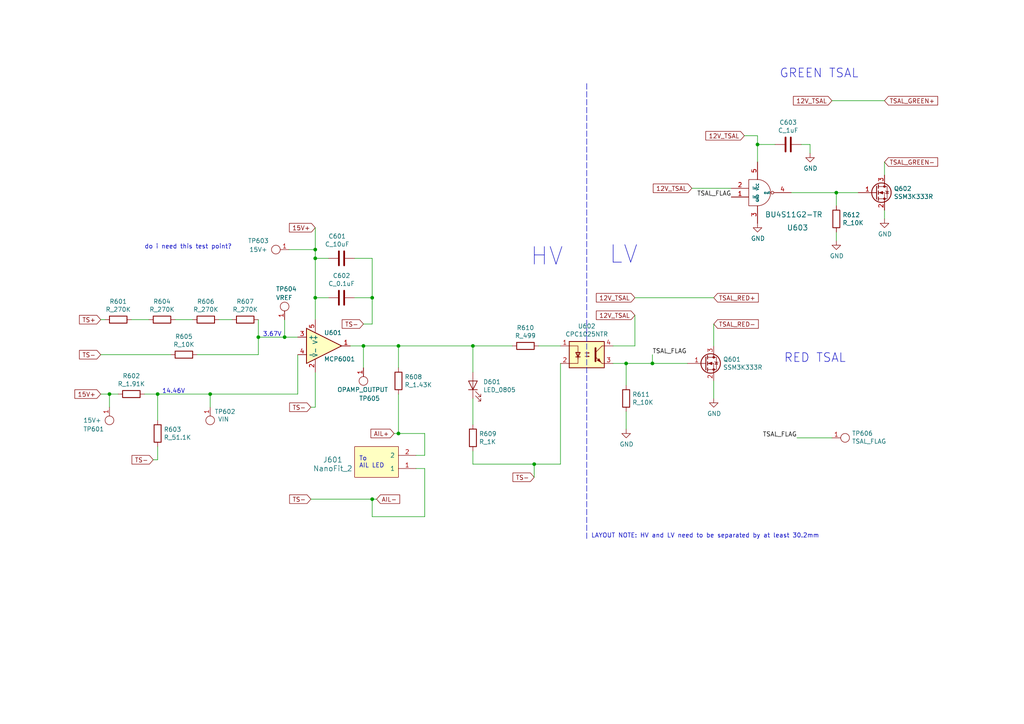
<source format=kicad_sch>
(kicad_sch (version 20211123) (generator eeschema)
  (paper "A4")
  (lib_symbols
    (symbol "formula:BU4S11G2-TR" (pin_names (offset 1.016))
      (property "Reference" "U" (at 11.43 3.81 0))
      (property "Value" "BU4S11G2-TR" (at 11.43 6.35 0))
      (property "Datasheet" "http://rohmfs.rohm.com/en/products/databook/datasheet/ic/logic_switch/standard_logic/bu4s11g2-e.pdf" (at 15.24 13.97 0))
      (property "MFN" "DK" (at -8.89 -12.7 0))
      (symbol "BU4S11G2-TR_0_1"
        (polyline (pts (xy 0 3.81) (xy -2.54 3.81) (xy -2.54 -3.81) (xy 0 -3.81)))
        (circle (center 3.81 0) (radius 0.0001))
        (circle (center 4.318 0) (radius 0.4064))
      )
      (symbol "BU4S11G2-TR_1_1"
        (arc (start 0 -3.81) (mid 3.81 0) (end 0 3.81))
        (pin bidirectional line (at -7.62 -1.27 0) (length 5.08) (name "in") (number "1"))
        (pin bidirectional line (at -7.62 1.27 0) (length 5.08) (name "in") (number "2"))
        (pin bidirectional line (at 0 -8.89 90) (length 5.08) (name "GND") (number "3"))
        (pin bidirectional line (at 9.779 0 180) (length 5.08) (name "out") (number "4"))
        (pin bidirectional line (at 0 8.89 270) (length 5.08) (name "VCC") (number "5"))
      )
    )
    (symbol "formula:CPC1025NTR" (pin_names (offset 1.016))
      (property "Reference" "U" (at -5.08 5.08 0))
      (property "Value" "CPC1025NTR" (at 0 5.08 0))
      (symbol "CPC1025NTR_0_1"
        (rectangle (start -5.08 3.81) (end 5.08 -3.81) (stroke (width 0.254)) (fill (type background)))
        (polyline (pts (xy -3.175 -0.635) (xy -1.905 -0.635)) (stroke (width 0.254)))
        (polyline (pts (xy 2.54 0.635) (xy 4.445 2.54)))
        (polyline (pts (xy 4.445 -2.54) (xy 2.54 -0.635)) (fill (type outline)))
        (polyline (pts (xy 4.445 -2.54) (xy 5.08 -2.54)))
        (polyline (pts (xy 4.445 2.54) (xy 5.08 2.54)))
        (polyline (pts (xy -2.54 -0.635) (xy -2.54 -2.54) (xy -5.08 -2.54)))
        (polyline (pts (xy 2.54 1.905) (xy 2.54 -1.905) (xy 2.54 -1.905)) (stroke (width 0.508)))
        (polyline (pts (xy -5.08 2.54) (xy -2.54 2.54) (xy -2.54 -1.27) (xy -2.54 0.635)))
        (polyline (pts (xy -2.54 -0.635) (xy -3.175 0.635) (xy -1.905 0.635) (xy -2.54 -0.635)) (stroke (width 0.254)))
        (polyline (pts (xy -0.508 -0.508) (xy 0.762 -0.508) (xy 0.381 -0.635) (xy 0.381 -0.381) (xy 0.762 -0.508)))
        (polyline (pts (xy -0.508 0.508) (xy 0.762 0.508) (xy 0.381 0.381) (xy 0.381 0.635) (xy 0.762 0.508)))
        (polyline (pts (xy 3.048 -1.651) (xy 3.556 -1.143) (xy 4.064 -2.159) (xy 3.048 -1.651) (xy 3.048 -1.651)) (fill (type outline)))
      )
      (symbol "CPC1025NTR_1_1"
        (pin passive line (at -7.62 2.54 0) (length 2.54) (name "~") (number "1"))
        (pin passive line (at -7.62 -2.54 0) (length 2.54) (name "~") (number "2"))
        (pin passive line (at 7.62 -2.54 180) (length 2.54) (name "~") (number "3"))
        (pin passive line (at 7.62 2.54 180) (length 2.54) (name "~") (number "4"))
      )
    )
    (symbol "formula:C_0.1uF" (pin_numbers hide) (pin_names (offset 0.254))
      (property "Reference" "C" (at 0.635 2.54 0))
      (property "Value" "C_0.1uF" (at 0.635 -2.54 0))
      (symbol "C_0.1uF_0_1"
        (polyline (pts (xy -2.032 -0.762) (xy 2.032 -0.762)) (stroke (width 0.508)))
        (polyline (pts (xy -2.032 0.762) (xy 2.032 0.762)) (stroke (width 0.508)))
      )
      (symbol "C_0.1uF_1_1"
        (pin passive line (at 0 3.81 270) (length 2.794) (name "~") (number "1"))
        (pin passive line (at 0 -3.81 90) (length 2.794) (name "~") (number "2"))
      )
    )
    (symbol "formula:C_10uF" (pin_numbers hide) (pin_names (offset 0.254))
      (property "Reference" "C" (at 0.635 3.81 0))
      (property "Value" "C_10uF" (at 0.635 -1.27 0))
      (symbol "C_10uF_0_1"
        (polyline (pts (xy -2.032 0.508) (xy 2.032 0.508)) (stroke (width 0.508)))
        (polyline (pts (xy -2.032 2.032) (xy 2.032 2.032)) (stroke (width 0.508)))
      )
      (symbol "C_10uF_1_1"
        (pin passive line (at 0 5.08 270) (length 2.794) (name "~") (number "1"))
        (pin passive line (at 0 -2.54 90) (length 2.794) (name "~") (number "2"))
      )
    )
    (symbol "formula:C_1uF" (pin_numbers hide) (pin_names (offset 0.254))
      (property "Reference" "C" (at 0.635 3.81 0))
      (property "Value" "C_1uF" (at 0.635 -1.27 0))
      (symbol "C_1uF_0_1"
        (polyline (pts (xy -2.032 0.508) (xy 2.032 0.508)) (stroke (width 0.508)))
        (polyline (pts (xy -2.032 2.032) (xy 2.032 2.032)) (stroke (width 0.508)))
      )
      (symbol "C_1uF_1_1"
        (pin passive line (at 0 5.08 270) (length 2.794) (name "~") (number "1"))
        (pin passive line (at 0 -2.54 90) (length 2.794) (name "~") (number "2"))
      )
    )
    (symbol "formula:LED_0805" (pin_numbers hide) (pin_names (offset 1.016) hide)
      (property "Reference" "D" (at 0 -2.54 0))
      (property "Value" "LED_0805" (at 0 2.54 0))
      (symbol "LED_0805_0_1"
        (polyline (pts (xy -1.27 -1.27) (xy -1.27 1.27)) (stroke (width 0.2032)))
        (polyline (pts (xy -1.27 0) (xy 1.27 0)))
        (polyline (pts (xy 1.27 -1.27) (xy 1.27 1.27) (xy -1.27 0) (xy 1.27 -1.27)) (stroke (width 0.2032)))
        (polyline (pts (xy -3.048 -0.762) (xy -4.572 -2.286) (xy -3.81 -2.286) (xy -4.572 -2.286) (xy -4.572 -1.524)))
        (polyline (pts (xy -1.778 -0.762) (xy -3.302 -2.286) (xy -2.54 -2.286) (xy -3.302 -2.286) (xy -3.302 -1.524)))
      )
      (symbol "LED_0805_1_1"
        (pin passive line (at -3.81 0 0) (length 2.54) (name "K") (number "1"))
        (pin passive line (at 3.81 0 180) (length 2.54) (name "A") (number "2"))
      )
    )
    (symbol "formula:MCP6001"
      (property "Reference" "U" (at 0 5.08 0))
      (property "Value" "MCP6001" (at 0 -5.08 0))
      (symbol "MCP6001_0_1"
        (polyline (pts (xy -5.08 5.08) (xy 5.08 0) (xy -5.08 -5.08) (xy -5.08 5.08)) (stroke (width 0.254)) (fill (type background)))
        (pin power_in line (at -2.54 -7.62 90) (length 3.81) (name "V-") (number "2"))
        (pin power_in line (at -2.54 7.62 270) (length 3.81) (name "V+") (number "5"))
      )
      (symbol "MCP6001_1_1"
        (pin output line (at 7.62 0 180) (length 2.54) (name "~") (number "1"))
        (pin input line (at -7.62 2.54 0) (length 2.54) (name "+") (number "3"))
        (pin input line (at -7.62 -2.54 0) (length 2.54) (name "-") (number "4"))
      )
    )
    (symbol "formula:NanoFit_RA_TH_02" (pin_names (offset 1.016))
      (property "Reference" "J" (at 0 5.08 0))
      (property "Value" "NanoFit_RA_TH_02" (at 0 -7.62 0))
      (symbol "NanoFit_RA_TH_02_0_1"
        (rectangle (start -6.35 3.81) (end 6.35 -5.08) (fill (type background)))
      )
      (symbol "NanoFit_RA_TH_02_1_1"
        (pin input line (at -11.43 1.27 0) (length 5.08) (name "1") (number "1"))
        (pin input line (at -11.43 -2.54 0) (length 5.08) (name "2") (number "2"))
      )
    )
    (symbol "formula:R_1.43K" (pin_numbers hide) (pin_names (offset 0))
      (property "Reference" "R" (at 2.032 0 90))
      (property "Value" "R_1.43K" (at -2.54 0 90))
      (symbol "R_1.43K_0_1"
        (rectangle (start -1.016 -2.54) (end 1.016 2.54) (stroke (width 0.254)))
      )
      (symbol "R_1.43K_1_1"
        (pin passive line (at 0 3.81 270) (length 1.27) (name "~") (number "1"))
        (pin passive line (at 0 -3.81 90) (length 1.27) (name "~") (number "2"))
      )
    )
    (symbol "formula:R_1.91K" (pin_numbers hide) (pin_names (offset 0))
      (property "Reference" "R" (at 2.032 0 90))
      (property "Value" "R_1.91K" (at -2.54 0 90))
      (symbol "R_1.91K_0_1"
        (rectangle (start -1.016 -2.54) (end 1.016 2.54) (stroke (width 0.254)))
      )
      (symbol "R_1.91K_1_1"
        (pin passive line (at 0 3.81 270) (length 1.27) (name "~") (number "1"))
        (pin passive line (at 0 -3.81 90) (length 1.27) (name "~") (number "2"))
      )
    )
    (symbol "formula:R_10K" (pin_numbers hide) (pin_names (offset 0))
      (property "Reference" "R" (at 2.032 0 90))
      (property "Value" "R_10K" (at -2.54 0 90))
      (symbol "R_10K_0_1"
        (rectangle (start -1.016 -2.54) (end 1.016 2.54) (stroke (width 0.254)))
      )
      (symbol "R_10K_1_1"
        (pin passive line (at 0 3.81 270) (length 1.27) (name "~") (number "1"))
        (pin passive line (at 0 -3.81 90) (length 1.27) (name "~") (number "2"))
      )
    )
    (symbol "formula:R_1K" (pin_numbers hide) (pin_names (offset 0))
      (property "Reference" "R" (at 2.032 0 90))
      (property "Value" "R_1K" (at -2.54 0 90))
      (symbol "R_1K_0_1"
        (rectangle (start -1.016 -2.54) (end 1.016 2.54) (stroke (width 0.254)))
      )
      (symbol "R_1K_1_1"
        (pin passive line (at 0 3.81 270) (length 1.27) (name "~") (number "1"))
        (pin passive line (at 0 -3.81 90) (length 1.27) (name "~") (number "2"))
      )
    )
    (symbol "formula:R_270K" (pin_numbers hide) (pin_names (offset 0))
      (property "Reference" "R" (at 2.032 0 90))
      (property "Value" "R_270K" (at -2.54 0 90))
      (symbol "R_270K_0_1"
        (rectangle (start -1.016 -2.54) (end 1.016 2.54) (stroke (width 0.254)))
      )
      (symbol "R_270K_1_1"
        (pin passive line (at 0 3.81 270) (length 1.27) (name "~") (number "1"))
        (pin passive line (at 0 -3.81 90) (length 1.27) (name "~") (number "2"))
      )
    )
    (symbol "formula:R_499" (pin_numbers hide) (pin_names (offset 0))
      (property "Reference" "R" (at 2.032 0 90))
      (property "Value" "R_499" (at -2.54 0 90))
      (symbol "R_499_0_1"
        (rectangle (start -1.016 -2.54) (end 1.016 2.54) (stroke (width 0.254)))
      )
      (symbol "R_499_1_1"
        (pin passive line (at 0 3.81 270) (length 1.27) (name "~") (number "1"))
        (pin passive line (at 0 -3.81 90) (length 1.27) (name "~") (number "2"))
      )
    )
    (symbol "formula:R_51.1K" (pin_numbers hide) (pin_names (offset 0))
      (property "Reference" "R" (at 2.032 0 90))
      (property "Value" "R_51.1K" (at -2.54 0 90))
      (symbol "R_51.1K_0_1"
        (rectangle (start -1.016 -2.54) (end 1.016 2.54) (stroke (width 0.254)))
      )
      (symbol "R_51.1K_1_1"
        (pin passive line (at 0 3.81 270) (length 1.27) (name "~") (number "1"))
        (pin passive line (at 0 -3.81 90) (length 1.27) (name "~") (number "2"))
      )
    )
    (symbol "formula:SSM3K333R" (pin_names (offset 0) hide)
      (property "Reference" "Q" (at 5.08 1.905 0))
      (property "Value" "SSM3K333R" (at 5.08 0 0))
      (symbol "SSM3K333R_0_1"
        (polyline (pts (xy 0.762 -1.778) (xy 2.54 -1.778)))
        (polyline (pts (xy 0.762 -1.27) (xy 0.762 -2.286)) (stroke (width 0.254)))
        (polyline (pts (xy 0.762 0) (xy 2.54 0)))
        (polyline (pts (xy 0.762 0.508) (xy 0.762 -0.508)) (stroke (width 0.254)))
        (polyline (pts (xy 0.762 1.778) (xy 2.54 1.778)))
        (polyline (pts (xy 0.762 2.286) (xy 0.762 1.27)) (stroke (width 0.254)))
        (polyline (pts (xy 2.54 -1.778) (xy 2.54 -2.54)))
        (polyline (pts (xy 2.54 -1.778) (xy 2.54 0)))
        (polyline (pts (xy 2.54 2.54) (xy 2.54 1.778)))
        (polyline (pts (xy 0.254 1.905) (xy 0.254 -1.905) (xy 0.254 -1.905)) (stroke (width 0.254)))
        (polyline (pts (xy 1.016 0) (xy 2.032 0.381) (xy 2.032 -0.381) (xy 1.016 0)) (fill (type outline)))
        (polyline (pts (xy 2.54 -1.778) (xy 3.302 -1.778) (xy 3.302 1.778) (xy 2.54 1.778)))
        (polyline (pts (xy 2.794 0.508) (xy 2.921 0.381) (xy 3.683 0.381) (xy 3.81 0.254)))
        (polyline (pts (xy 3.302 0.381) (xy 2.921 -0.254) (xy 3.683 -0.254) (xy 3.302 0.381)))
        (circle (center 1.651 0) (radius 2.8194) (stroke (width 0.254)))
        (circle (center 2.54 -1.778) (radius 0.2794) (fill (type outline)))
        (circle (center 2.54 1.778) (radius 0.2794) (fill (type outline)))
      )
      (symbol "SSM3K333R_1_1"
        (pin input line (at -5.08 0 0) (length 5.334) (name "G") (number "1"))
        (pin passive line (at 2.54 -5.08 90) (length 2.54) (name "S") (number "2"))
        (pin passive line (at 2.54 5.08 270) (length 2.54) (name "D") (number "3"))
      )
    )
    (symbol "formula:Test_Point_SMD" (pin_names (offset 1.016))
      (property "Reference" "TP" (at 0 7.62 0))
      (property "Value" "Test_Point_SMD" (at 1.27 5.08 0))
      (symbol "Test_Point_SMD_1_1"
        (circle (center 0 2.54) (radius 1.27))
        (pin input line (at 0 -1.27 90) (length 2.54) (name "~") (number "1"))
      )
    )
    (symbol "power:GND" (power) (pin_names (offset 0))
      (property "Value" "power_GND" (at 0 -3.81 0))
      (symbol "GND_0_1"
        (polyline (pts (xy 0 0) (xy 0 -1.27) (xy 1.27 -1.27) (xy 0 -2.54) (xy -1.27 -1.27) (xy 0 -1.27)))
      )
      (symbol "GND_1_1"
        (pin power_in line (at 0 0 270) (length 0) hide (name "GND") (number "1"))
      )
    )
  )
  (junction (at 181.61 105.41))
  (junction (at 82.55 97.79))
  (junction (at 242.57 55.88))
  (junction (at 189.23 105.41))
  (junction (at 74.93 97.79))
  (junction (at 154.94 134.62))
  (junction (at 219.71 41.91))
  (junction (at 45.72 114.3))
  (junction (at 115.57 100.33))
  (junction (at 107.95 144.78))
  (junction (at 91.44 86.36))
  (junction (at 31.75 114.3))
  (junction (at 137.16 100.33))
  (junction (at 115.57 125.73))
  (junction (at 105.41 100.33))
  (junction (at 60.96 114.3))
  (junction (at 107.95 86.36))
  (junction (at 91.44 72.39))
  (junction (at 91.44 74.93))
  (wire (pts (xy 123.19 149.86) (xy 107.95 149.86)))
  (wire (pts (xy 91.44 72.39) (xy 91.44 66.04)))
  (wire (pts (xy 115.57 100.33) (xy 115.57 106.68)))
  (wire (pts (xy 137.16 134.62) (xy 154.94 134.62)))
  (wire (pts (xy 74.93 97.79) (xy 74.93 92.71)))
  (wire (pts (xy 95.25 74.93) (xy 91.44 74.93)))
  (wire (pts (xy 241.3 29.21) (xy 256.54 29.21)))
  (wire (pts (xy 181.61 105.41) (xy 181.61 111.76)))
  (wire (pts (xy 107.95 86.36) (xy 107.95 93.98)))
  (wire (pts (xy 137.16 100.33) (xy 137.16 107.95)))
  (wire (pts (xy 242.57 59.69) (xy 242.57 55.88)))
  (wire (pts (xy 86.36 97.79) (xy 82.55 97.79)))
  (wire (pts (xy 29.21 92.71) (xy 30.48 92.71)))
  (wire (pts (xy 184.15 100.33) (xy 184.15 91.44)))
  (wire (pts (xy 90.17 144.78) (xy 107.95 144.78)))
  (wire (pts (xy 107.95 74.93) (xy 107.95 86.36)))
  (wire (pts (xy 95.25 86.36) (xy 91.44 86.36)))
  (wire (pts (xy 74.93 102.87) (xy 57.15 102.87)))
  (wire (pts (xy 50.8 92.71) (xy 55.88 92.71)))
  (wire (pts (xy 207.01 93.98) (xy 207.01 100.33)))
  (wire (pts (xy 189.23 105.41) (xy 199.39 105.41)))
  (wire (pts (xy 41.91 114.3) (xy 45.72 114.3)))
  (wire (pts (xy 82.55 97.79) (xy 74.93 97.79)))
  (wire (pts (xy 120.65 132.08) (xy 123.19 132.08)))
  (wire (pts (xy 162.56 134.62) (xy 162.56 105.41)))
  (wire (pts (xy 74.93 97.79) (xy 74.93 102.87)))
  (wire (pts (xy 38.1 92.71) (xy 43.18 92.71)))
  (wire (pts (xy 123.19 135.89) (xy 120.65 135.89)))
  (wire (pts (xy 105.41 100.33) (xy 105.41 106.68)))
  (wire (pts (xy 154.94 134.62) (xy 162.56 134.62)))
  (wire (pts (xy 31.75 114.3) (xy 29.21 114.3)))
  (wire (pts (xy 91.44 107.95) (xy 91.44 118.11)))
  (wire (pts (xy 115.57 114.3) (xy 115.57 125.73)))
  (wire (pts (xy 60.96 114.3) (xy 86.36 114.3)))
  (wire (pts (xy 115.57 100.33) (xy 137.16 100.33)))
  (wire (pts (xy 234.95 44.45) (xy 234.95 41.91)))
  (wire (pts (xy 91.44 118.11) (xy 90.17 118.11)))
  (wire (pts (xy 34.29 114.3) (xy 31.75 114.3)))
  (wire (pts (xy 91.44 86.36) (xy 91.44 74.93)))
  (wire (pts (xy 219.71 41.91) (xy 219.71 46.99)))
  (wire (pts (xy 107.95 149.86) (xy 107.95 144.78)))
  (wire (pts (xy 177.8 105.41) (xy 181.61 105.41)))
  (wire (pts (xy 189.23 105.41) (xy 189.23 102.87)))
  (wire (pts (xy 82.55 92.71) (xy 82.55 97.79)))
  (wire (pts (xy 137.16 130.81) (xy 137.16 134.62)))
  (wire (pts (xy 181.61 119.38) (xy 181.61 124.46)))
  (wire (pts (xy 154.94 134.62) (xy 154.94 138.43)))
  (wire (pts (xy 105.41 100.33) (xy 115.57 100.33)))
  (wire (pts (xy 45.72 114.3) (xy 60.96 114.3)))
  (wire (pts (xy 242.57 55.88) (xy 248.92 55.88)))
  (wire (pts (xy 181.61 105.41) (xy 189.23 105.41)))
  (wire (pts (xy 184.15 86.36) (xy 207.01 86.36)))
  (wire (pts (xy 45.72 114.3) (xy 45.72 121.92)))
  (wire (pts (xy 215.9 39.37) (xy 219.71 39.37)))
  (wire (pts (xy 102.87 86.36) (xy 107.95 86.36)))
  (wire (pts (xy 137.16 115.57) (xy 137.16 123.19)))
  (wire (pts (xy 86.36 114.3) (xy 86.36 102.87)))
  (wire (pts (xy 231.14 127) (xy 241.3 127)))
  (wire (pts (xy 91.44 74.93) (xy 91.44 72.39)))
  (wire (pts (xy 256.54 50.8) (xy 256.54 46.99)))
  (wire (pts (xy 219.71 39.37) (xy 219.71 41.91)))
  (wire (pts (xy 45.72 129.54) (xy 45.72 133.35)))
  (wire (pts (xy 83.82 72.39) (xy 91.44 72.39)))
  (wire (pts (xy 102.87 74.93) (xy 107.95 74.93)))
  (wire (pts (xy 123.19 132.08) (xy 123.19 125.73)))
  (wire (pts (xy 115.57 125.73) (xy 114.3 125.73)))
  (wire (pts (xy 256.54 60.96) (xy 256.54 63.5)))
  (wire (pts (xy 177.8 100.33) (xy 184.15 100.33)))
  (wire (pts (xy 234.95 41.91) (xy 232.41 41.91)))
  (wire (pts (xy 107.95 144.78) (xy 109.22 144.78)))
  (wire (pts (xy 115.57 125.73) (xy 123.19 125.73)))
  (wire (pts (xy 91.44 92.71) (xy 91.44 86.36)))
  (wire (pts (xy 200.66 54.61) (xy 212.09 54.61)))
  (wire (pts (xy 123.19 135.89) (xy 123.19 149.86)))
  (wire (pts (xy 207.01 110.49) (xy 207.01 115.57)))
  (wire (pts (xy 156.21 100.33) (xy 162.56 100.33)))
  (wire (pts (xy 63.5 92.71) (xy 67.31 92.71)))
  (wire (pts (xy 49.53 102.87) (xy 29.21 102.87)))
  (wire (pts (xy 242.57 67.31) (xy 242.57 69.85)))
  (wire (pts (xy 105.41 93.98) (xy 107.95 93.98)))
  (wire (pts (xy 31.75 114.3) (xy 31.75 118.11)))
  (wire (pts (xy 101.6 100.33) (xy 105.41 100.33)))
  (wire (pts (xy 229.489 55.88) (xy 242.57 55.88)))
  (wire (pts (xy 148.59 100.33) (xy 137.16 100.33)))
  (polyline (pts (xy 170.18 156.21) (xy 170.18 24.13)))
  (wire (pts (xy 60.96 114.3) (xy 60.96 118.11)))
  (wire (pts (xy 224.79 41.91) (xy 219.71 41.91)))
  (wire (pts (xy 44.45 133.35) (xy 45.72 133.35)))
  (text "LAYOUT NOTE: HV and LV need to be separated by at least 30.2mm" (at 171.45 156.21 0) (effects (font (size 1.27 1.27)) (justify left bottom)))
  (text "14.46V" (at 46.99 114.3 0) (effects (font (size 1.27 1.27)) (justify left bottom)))
  (text "To \nAIL LED" (at 104.14 135.89 0) (effects (font (size 1.27 1.27)) (justify left bottom)))
  (text "HV" (at 153.67 77.47 0) (effects (font (size 5.08 5.08)) (justify left bottom)))
  (text "LV\n\n" (at 176.53 85.09 0) (effects (font (size 5.08 5.08)) (justify left bottom)))
  (text "3.67V" (at 76.2 97.79 0) (effects (font (size 1.27 1.27)) (justify left bottom)))
  (text "do i need this test point?\n" (at 41.91 72.39 0) (effects (font (size 1.27 1.27)) (justify left bottom)))
  (text "GREEN TSAL\n" (at 226.06 22.86 0) (effects (font (size 2.54 2.54)) (justify left bottom)))
  (text "RED TSAL" (at 227.33 105.41 0) (effects (font (size 2.54 2.54)) (justify left bottom)))
  (label "TSAL_FLAG" (at 212.09 57.15 180))
  (label "TSAL_FLAG" (at 189.23 102.87 0))
  (label "TSAL_FLAG" (at 231.14 127 180))
  (global_label "TS-" (shape input) (at 154.94 138.43 180) (property "Intersheet References" "${INTERSHEET_REFS}" (effects hide)))
  (global_label "TS-" (shape input) (at 105.41 93.98 180) (property "Intersheet References" "${INTERSHEET_REFS}" (effects hide)))
  (global_label "AIL-" (shape input) (at 109.22 144.78 0) (property "Intersheet References" "${INTERSHEET_REFS}" (effects hide)))
  (global_label "15V+" (shape input) (at 29.21 114.3 180) (property "Intersheet References" "${INTERSHEET_REFS}" (effects hide)))
  (global_label "TS-" (shape input) (at 90.17 144.78 180) (property "Intersheet References" "${INTERSHEET_REFS}" (effects hide)))
  (global_label "TSAL_RED+" (shape input) (at 207.01 86.36 0) (property "Intersheet References" "${INTERSHEET_REFS}" (effects hide)))
  (global_label "15V+" (shape input) (at 91.44 66.04 180) (property "Intersheet References" "${INTERSHEET_REFS}" (effects hide)))
  (global_label "TSAL_GREEN-" (shape input) (at 256.54 46.99 0) (property "Intersheet References" "${INTERSHEET_REFS}" (effects hide)))
  (global_label "TSAL_GREEN+" (shape input) (at 256.54 29.21 0) (property "Intersheet References" "${INTERSHEET_REFS}" (effects hide)))
  (global_label "TSAL_RED-" (shape input) (at 207.01 93.98 0) (property "Intersheet References" "${INTERSHEET_REFS}" (effects hide)))
  (global_label "TS-" (shape input) (at 29.21 102.87 180) (property "Intersheet References" "${INTERSHEET_REFS}" (effects hide)))
  (global_label "TS-" (shape input) (at 44.45 133.35 180) (property "Intersheet References" "${INTERSHEET_REFS}" (effects hide)))
  (global_label "12V_TSAL" (shape input) (at 184.15 91.44 180) (property "Intersheet References" "${INTERSHEET_REFS}" (effects hide)))
  (global_label "12V_TSAL" (shape input) (at 184.15 86.36 180) (property "Intersheet References" "${INTERSHEET_REFS}" (effects hide)))
  (global_label "12V_TSAL" (shape input) (at 215.9 39.37 180) (property "Intersheet References" "${INTERSHEET_REFS}" (effects hide)))
  (global_label "TS-" (shape input) (at 90.17 118.11 180) (property "Intersheet References" "${INTERSHEET_REFS}" (effects hide)))
  (global_label "AIL+" (shape input) (at 114.3 125.73 180) (property "Intersheet References" "${INTERSHEET_REFS}" (effects hide)))
  (global_label "TS+" (shape input) (at 29.21 92.71 180) (property "Intersheet References" "${INTERSHEET_REFS}" (effects hide)))
  (global_label "12V_TSAL" (shape input) (at 241.3 29.21 180) (property "Intersheet References" "${INTERSHEET_REFS}" (effects hide)))
  (global_label "12V_TSAL" (shape input) (at 200.66 54.61 180) (property "Intersheet References" "${INTERSHEET_REFS}" (effects hide)))
  (symbol (lib_id "formula:C_1uF") (at 227.33 41.91 270) (unit 1)
    (property "Reference" "C603" (at 228.6 35.5092 90))
    (property "Value" "C_1uF" (at 228.6 37.8206 90))
    (property "Footprint" "footprints:C_0805_OEM" (effects hide))
    (property "Datasheet" "https://www.yageo.com/upload/media/product/productsearch/datasheet/mlcc/UPY-GPHC_Y5V_6.3V-to-50V_9.pdf" (effects hide))
    (property "PurchasingLink" "https://www.digikey.com/product-detail/en/yageo/CC0805ZKY5V9BB105/311-1909-1-ND/5195811#images" (effects hide))
  )
  (symbol (lib_id "power:GND") (at 234.95 44.45 0) (unit 1)
    (property "Reference" "#PWR?" (effects hide))
    (property "Value" "GND" (at 235.077 48.8442 0))
  )
  (symbol (lib_id "formula:BU4S11G2-TR") (at 219.71 55.88 0)
    (property "Reference" "U603" (at 228.219 66.04 0) (effects (font (size 1.524 1.524)) (justify left)))
    (property "Value" "BU4S11G2-TR" (at 221.869 62.23 0) (effects (font (size 1.524 1.524)) (justify left)))
    (property "Footprint" "footprints:SSOP5" (effects hide))
    (property "Datasheet" "http://rohmfs.rohm.com/en/products/databook/datasheet/ic/logic_switch/standard_logic/bu4s11g2-e.pdf" (effects hide))
    (property "MFN" "DK" (effects hide))
    (property "MPN" "BU4S11G2-TR" (effects hide))
    (property "PurchasingLink" "https://www.digikey.com/product-detail/en/rohm-semiconductor/BU4S11G2-TR/BU4S11G2CT-ND/1158708" (effects hide))
  )
  (symbol (lib_id "power:GND") (at 219.71 64.77 0)
    (property "Reference" "#PWR?" (effects hide))
    (property "Value" "GND" (at 219.837 69.1642 0))
  )
  (symbol (lib_id "formula:NanoFit_RA_TH_02") (at 109.22 134.62 180)
    (property "Reference" "J601" (at 96.52 133.35 0) (effects (font (size 1.524 1.524))))
    (property "Value" "NanoFit_2" (at 96.52 135.89 0) (effects (font (size 1.524 1.524))))
    (property "Footprint" "footprints:NanoFit_Molex_1x02x2.50mm_Angled_OEM" (effects hide))
    (property "Datasheet" "https://www.molex.com/pdm_docs/sd/1053131102_sd.pdf" (effects hide))
    (property "MFN" "DK" (effects hide))
    (property "MPN" "WM14972-ND" (effects hide))
    (property "PurchasingLink" "https://www.digikey.com/products/en/connectors-interconnects/rectangular-connectors-headers-male-pins/314?k=nanofit+2&k=&pkeyword=nanofit+2&pv88=2&pv69=367&sf=0&FV=ffe0013a&quantity=&ColumnSort=0&page=1&pageSize=25" (effects hide))
  )
  (symbol (lib_id "formula:MCP6001") (at 93.98 100.33 0)
    (property "Reference" "U601" (at 93.98 96.52 0) (effects (justify left)))
    (property "Value" "MCP6001" (at 93.98 104.14 0) (effects (justify left)))
    (property "Footprint" "footprints:SOT-23-5" (effects hide))
    (property "Datasheet" "http://ww1.microchip.com/downloads/en/DeviceDoc/21733j.pdf" (effects hide))
    (property "MFN" "DK" (effects hide))
    (property "MPN" "MCP6001T-I/OTCT-ND" (effects hide))
    (property "PurchasingLink" "https://www.digikey.com/product-detail/en/microchip-technology/MCP6001T-I-OT/MCP6001T-I-OTCT-ND/697158" (effects hide))
  )
  (symbol (lib_id "formula:R_270K") (at 34.29 92.71 270)
    (property "Reference" "R601" (at 34.29 87.4522 90))
    (property "Value" "R_270K" (at 34.29 89.7636 90))
    (property "Footprint" "footprints:R_0805_OEM" (effects hide))
    (property "Datasheet" "https://industrial.panasonic.com/cdbs/www-data/pdf/RDM0000/AOA0000C307.pdf" (effects hide))
    (property "MFN" "DK" (effects hide))
    (property "MPN" "P270KDACT-ND" (effects hide))
    (property "Webpage" "https://www.digikey.com/product-detail/en/panasonic-electronic-components/ERA-6AEB274V/P270KDACT-ND/1466005" (effects hide))
  )
  (symbol (lib_id "formula:R_270K") (at 46.99 92.71 270)
    (property "Reference" "R604" (at 46.99 87.4522 90))
    (property "Value" "R_270K" (at 46.99 89.7636 90))
    (property "Footprint" "footprints:R_0805_OEM" (effects hide))
    (property "Datasheet" "https://industrial.panasonic.com/cdbs/www-data/pdf/RDM0000/AOA0000C307.pdf" (effects hide))
    (property "MFN" "DK" (effects hide))
    (property "MPN" "P270KDACT-ND" (effects hide))
    (property "Webpage" "https://www.digikey.com/product-detail/en/panasonic-electronic-components/ERA-6AEB274V/P270KDACT-ND/1466005" (effects hide))
  )
  (symbol (lib_id "formula:R_270K") (at 59.69 92.71 270)
    (property "Reference" "R606" (at 59.69 87.4522 90))
    (property "Value" "R_270K" (at 59.69 89.7636 90))
    (property "Footprint" "footprints:R_0805_OEM" (effects hide))
    (property "Datasheet" "https://industrial.panasonic.com/cdbs/www-data/pdf/RDM0000/AOA0000C307.pdf" (effects hide))
    (property "MFN" "DK" (effects hide))
    (property "MPN" "P270KDACT-ND" (effects hide))
    (property "Webpage" "https://www.digikey.com/product-detail/en/panasonic-electronic-components/ERA-6AEB274V/P270KDACT-ND/1466005" (effects hide))
  )
  (symbol (lib_id "formula:R_270K") (at 71.12 92.71 270)
    (property "Reference" "R607" (at 71.12 87.4522 90))
    (property "Value" "R_270K" (at 71.12 89.7636 90))
    (property "Footprint" "footprints:R_0805_OEM" (effects hide))
    (property "Datasheet" "https://industrial.panasonic.com/cdbs/www-data/pdf/RDM0000/AOA0000C307.pdf" (effects hide))
    (property "MFN" "DK" (effects hide))
    (property "MPN" "P270KDACT-ND" (effects hide))
    (property "Webpage" "https://www.digikey.com/product-detail/en/panasonic-electronic-components/ERA-6AEB274V/P270KDACT-ND/1466005" (effects hide))
  )
  (symbol (lib_id "formula:R_10K") (at 53.34 102.87 270)
    (property "Reference" "R605" (at 53.34 97.6122 90))
    (property "Value" "R_10K" (at 53.34 99.9236 90))
    (property "Footprint" "footprints:R_0805_OEM" (effects hide))
    (property "Datasheet" "http://www.bourns.com/data/global/pdfs/CRS.pdf" (effects hide))
    (property "MFN" "DK" (effects hide))
    (property "MPN" "CRS0805-FX-1002ELFCT-ND" (effects hide))
    (property "PurchasingLink" "https://www.digikey.com/products/en?keywords=CRS0805-FX-1002ELFCT-ND" (effects hide))
  )
  (symbol (lib_id "formula:C_10uF") (at 97.79 74.93 270)
    (property "Reference" "C601" (at 97.79 68.5292 90))
    (property "Value" "C_10uF" (at 97.79 70.8406 90))
    (property "Footprint" "footprints:C_0805_OEM" (effects hide))
    (property "Datasheet" "http://www.samsungsem.com/kr/support/product-search/mlcc/__icsFiles/afieldfile/2018/06/20/CL21A106KPFNNNE.pdf" (effects hide))
    (property "MFN" "DK" (effects hide))
    (property "MPN" "1276-1052-1-ND" (effects hide))
    (property "PurchasingLink" "https://www.digikey.com/product-detail/en/samsung-electro-mechanics/CL21A106KPFNNNE/1276-1052-1-ND/3889138" (effects hide))
  )
  (symbol (lib_id "formula:C_0.1uF") (at 99.06 86.36 270)
    (property "Reference" "C602" (at 99.06 79.9592 90))
    (property "Value" "C_0.1uF" (at 99.06 82.2706 90))
    (property "Footprint" "footprints:C_0805_OEM" (effects hide))
    (property "Datasheet" "http://datasheets.avx.com/X7RDielectric.pdf" (effects hide))
    (property "MFN" "DK" (effects hide))
    (property "MPN" "478-3352-1-ND" (effects hide))
    (property "PurchasingLink" "https://www.digikey.com/products/en?keywords=478-3352-1-ND" (effects hide))
  )
  (symbol (lib_id "formula:R_1.43K") (at 115.57 110.49 0)
    (property "Reference" "R608" (at 117.348 109.3216 0) (effects (justify left)))
    (property "Value" "R_1.43K" (at 117.348 111.633 0) (effects (justify left)))
    (property "Footprint" "footprints:R_0805_OEM" (effects hide))
    (property "Datasheet" "https://media.digikey.com/pdf/Data%20Sheets/Tyco%20Electonics%20AMP%20PDFs/RN73_Series_2011.pdf" (effects hide))
    (property "MFN" "DK" (effects hide))
    (property "MPN" "A103351CT-ND" (effects hide))
    (property "PurchasingLink" "https://www.digikey.com/product-detail/en/te-connectivity-passive-product/RN73C2A1K43BTDF/A103351CT-ND/2730566" (effects hide))
  )
  (symbol (lib_id "formula:LED_0805") (at 137.16 111.76 90)
    (property "Reference" "D601" (at 140.1318 110.7694 90) (effects (justify right)))
    (property "Value" "LED_0805" (at 140.1318 113.0808 90) (effects (justify right)))
    (property "Footprint" "footprints:LED_0805_OEM" (effects hide))
    (property "Datasheet" "http://www.osram-os.com/Graphics/XPic9/00078860_0.pdf" (effects hide))
    (property "MFN" "DK" (effects hide))
    (property "MPN" "475-1410-1-ND" (effects hide))
    (property "PurchasingLink" "https://www.digikey.com/products/en?keywords=475-1410-1-ND" (effects hide))
  )
  (symbol (lib_id "formula:R_1K") (at 137.16 127 0)
    (property "Reference" "R609" (at 138.938 125.8316 0) (effects (justify left)))
    (property "Value" "R_1K" (at 138.938 128.143 0) (effects (justify left)))
    (property "Footprint" "footprints:R_0805_OEM" (effects hide))
    (property "Datasheet" "https://www.seielect.com/Catalog/SEI-rncp.pdf" (effects hide))
    (property "MFN" "DK" (effects hide))
    (property "MPN" "RNCP0805FTD1K00CT-ND" (effects hide))
    (property "PurchasingLink" "https://www.digikey.com/products/en?keywords=RNCP0805FTD1K00CT-ND" (effects hide))
  )
  (symbol (lib_id "formula:R_499") (at 152.4 100.33 270)
    (property "Reference" "R610" (at 152.4 95.0722 90))
    (property "Value" "R_499" (at 152.4 97.3836 90))
    (property "Footprint" "footprints:R_0805_OEM" (effects hide))
    (property "Datasheet" "https://industrial.panasonic.com/cdbs/www-data/pdf/RDA0000/AOA0000C304.pdf" (effects hide))
    (property "MFN" "DK" (effects hide))
    (property "MPN" "P499CCT-ND" (effects hide))
    (property "PurchasingLink" "https://www.digikey.com/product-detail/en/panasonic-electronic-components/ERJ-6ENF4990V/P499CCT-ND/118870" (effects hide))
  )
  (symbol (lib_id "formula:CPC1025NTR") (at 170.18 102.87 0)
    (property "Reference" "U602" (at 170.18 94.615 0))
    (property "Value" "CPC1025NTR" (at 170.18 96.9264 0))
    (property "Footprint" "footprints:DIP-5-6_W7.62mm" (effects hide))
    (property "Datasheet" "https://toshiba.semicon-storage.com/info/docget.jsp?did=10569&prodName=TLP785" (effects hide))
  )
  (symbol (lib_id "formula:SSM3K333R") (at 204.47 105.41 0)
    (property "Reference" "Q601" (at 209.7024 104.2416 0) (effects (justify left)))
    (property "Value" "SSM3K333R" (at 209.7024 106.553 0) (effects (justify left)))
    (property "Footprint" "footprints:SOT-23F" (effects hide))
    (property "Datasheet" "https://drive.google.com/drive/folders/0B-V-iZf33Y4GNzhDQTJZanJRbVk" (effects hide))
    (property "MFN" "DK" (effects hide))
    (property "MPN" "SSM3K333RLFCT-ND" (effects hide))
    (property "PurchasingLink" "https://www.digikey.com/product-detail/en/toshiba-semiconductor-and-storage/SSM3K333RLF/SSM3K333RLFCT-ND/3522391" (effects hide))
  )
  (symbol (lib_id "formula:R_10K") (at 181.61 115.57 0)
    (property "Reference" "R611" (at 183.388 114.4016 0) (effects (justify left)))
    (property "Value" "R_10K" (at 183.388 116.713 0) (effects (justify left)))
    (property "Footprint" "footprints:R_0805_OEM" (effects hide))
    (property "Datasheet" "http://www.bourns.com/data/global/pdfs/CRS.pdf" (effects hide))
    (property "MFN" "DK" (effects hide))
    (property "MPN" "CRS0805-FX-1002ELFCT-ND" (effects hide))
    (property "PurchasingLink" "https://www.digikey.com/products/en?keywords=CRS0805-FX-1002ELFCT-ND" (effects hide))
  )
  (symbol (lib_id "power:GND") (at 181.61 124.46 0)
    (property "Reference" "#PWR?" (effects hide))
    (property "Value" "GND" (at 181.737 128.8542 0))
  )
  (symbol (lib_id "power:GND") (at 207.01 115.57 0)
    (property "Reference" "#PWR?" (effects hide))
    (property "Value" "GND" (at 207.137 119.9642 0))
  )
  (symbol (lib_id "formula:R_51.1K") (at 45.72 125.73 0)
    (property "Reference" "R603" (at 47.498 124.5616 0) (effects (justify left)))
    (property "Value" "R_51.1K" (at 47.498 126.873 0) (effects (justify left)))
    (property "Footprint" "footprints:R_0805_OEM" (effects hide))
    (property "Datasheet" "https://industrial.panasonic.com/cdbs/www-data/pdf/RDA0000/AOA0000C304.pdf" (effects hide))
    (property "MFN" "DK" (effects hide))
    (property "MPN" "P51.1KCCT-ND" (effects hide))
    (property "PurchasingLink" "https://www.digikey.com/product-detail/en/panasonic-electronic-components/ERJ-6ENF5112V/P51.1KCCT-ND/119466" (effects hide))
  )
  (symbol (lib_id "formula:R_1.91K") (at 38.1 114.3 270)
    (property "Reference" "R602" (at 38.1 109.0422 90))
    (property "Value" "R_1.91K" (at 38.1 111.3536 90))
    (property "Footprint" "footprints:R_0805_OEM" (effects hide))
    (property "Datasheet" "https://industrial.panasonic.com/cdbs/www-data/pdf/RDM0000/AOA0000C328.pdf" (effects hide))
    (property "PurchasingLink" "https://www.digikey.com/product-detail/en/panasonic-electronic-components/ERJ-PB6D1911V/P21049CT-ND/6215304" (effects hide))
  )
  (symbol (lib_id "power:GND") (at 256.54 63.5 0)
    (property "Reference" "#PWR?" (effects hide))
    (property "Value" "GND" (at 256.667 67.8942 0))
  )
  (symbol (lib_id "power:GND") (at 242.57 69.85 0)
    (property "Reference" "#PWR?" (effects hide))
    (property "Value" "GND" (at 242.697 74.2442 0))
  )
  (symbol (lib_id "formula:R_10K") (at 242.57 63.5 0)
    (property "Reference" "R612" (at 244.348 62.3316 0) (effects (justify left)))
    (property "Value" "R_10K" (at 244.348 64.643 0) (effects (justify left)))
    (property "Footprint" "footprints:R_0805_OEM" (effects hide))
    (property "Datasheet" "http://www.bourns.com/data/global/pdfs/CRS.pdf" (effects hide))
    (property "MFN" "DK" (effects hide))
    (property "MPN" "CRS0805-FX-1002ELFCT-ND" (effects hide))
    (property "PurchasingLink" "https://www.digikey.com/products/en?keywords=CRS0805-FX-1002ELFCT-ND" (effects hide))
  )
  (symbol (lib_id "formula:SSM3K333R") (at 254 55.88 0)
    (property "Reference" "Q602" (at 259.2324 54.7116 0) (effects (justify left)))
    (property "Value" "SSM3K333R" (at 259.2324 57.023 0) (effects (justify left)))
    (property "Footprint" "footprints:SOT-23F" (effects hide))
    (property "Datasheet" "https://drive.google.com/drive/folders/0B-V-iZf33Y4GNzhDQTJZanJRbVk" (effects hide))
    (property "MFN" "DK" (effects hide))
    (property "MPN" "SSM3K333RLFCT-ND" (effects hide))
    (property "PurchasingLink" "https://www.digikey.com/product-detail/en/toshiba-semiconductor-and-storage/SSM3K333RLF/SSM3K333RLFCT-ND/3522391" (effects hide))
  )
  (symbol (lib_id "formula:Test_Point_SMD") (at 242.57 127 270) (unit 1)
    (property "Reference" "TP606" (at 247.0912 125.7046 90) (effects (justify left)))
    (property "Value" "TSAL_FLAG" (at 247.0912 128.016 90) (effects (justify left)))
    (property "Footprint" "TestPoint:TestPoint_Pad_D1.0mm" (effects hide))
  )
  (symbol (lib_id "formula:Test_Point_SMD") (at 31.75 119.38 180) (unit 1)
    (property "Reference" "TP601" (at 24.13 124.46 0) (effects (justify right)))
    (property "Value" "15V+" (at 24.13 121.92 0) (effects (justify right)))
    (property "Footprint" "TestPoint:TestPoint_Pad_D1.0mm" (effects hide))
  )
  (symbol (lib_id "formula:Test_Point_SMD") (at 82.55 72.39 90) (unit 1)
    (property "Reference" "TP603" (at 74.93 69.85 90))
    (property "Value" "15V+" (at 74.93 72.39 90))
    (property "Footprint" "TestPoint:TestPoint_Pad_D1.0mm" (effects hide))
  )
  (symbol (lib_id "formula:Test_Point_SMD") (at 82.55 91.44 0) (unit 1)
    (property "Reference" "TP604" (at 80.01 83.82 0) (effects (justify left)))
    (property "Value" "VREF" (at 80.01 86.36 0) (effects (justify left)))
    (property "Footprint" "TestPoint:TestPoint_Pad_D1.0mm" (effects hide))
  )
  (symbol (lib_id "formula:Test_Point_SMD") (at 105.41 107.95 180) (unit 1)
    (property "Reference" "TP605" (at 104.14 115.57 0) (effects (justify right)))
    (property "Value" "OPAMP_OUTPUT" (at 97.79 113.03 0) (effects (justify right)))
    (property "Footprint" "TestPoint:TestPoint_Pad_D1.0mm" (effects hide))
  )
  (symbol (lib_id "formula:Test_Point_SMD") (at 60.96 119.38 180) (unit 1)
    (property "Reference" "TP602" (at 62.23 119.38 0) (effects (justify right)))
    (property "Value" "VIN" (at 63.1952 121.5898 0) (effects (justify right)))
    (property "Footprint" "TestPoint:TestPoint_Pad_D1.0mm" (effects hide))
  )
)
</source>
